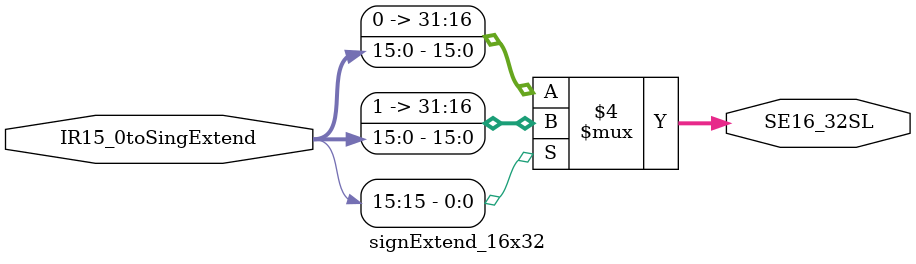
<source format=v>
module signExtend_16x32 (
  input [15:0]  IR15_0toSingExtend,
  output reg [31:0] SE16_32SL // output reg = variable in verilog to be used in a always loops
);

  always @(*) begin  // changes every time  IR15_0toSingExtend changes
    if ( IR15_0toSingExtend[15] == 1)  // verify if the 16th bit (most significant bit) is 1 = negative
        begin
        SE16_32SL = {16'b1111111111111111,  IR15_0toSingExtend};
        end 
    else  // postive number
        begin
        SE16_32SL = {16'b0000000000000000,  IR15_0toSingExtend};
        end
  end

endmodule

// test:
//  IR15_0toSingExtend = 0000000000000001, SE16_32SL = 00000000000000000000000000000001
//  IR15_0toSingExtend = 1000000000000000, SE16_32SL = 11111111111111111000000000000000
</source>
